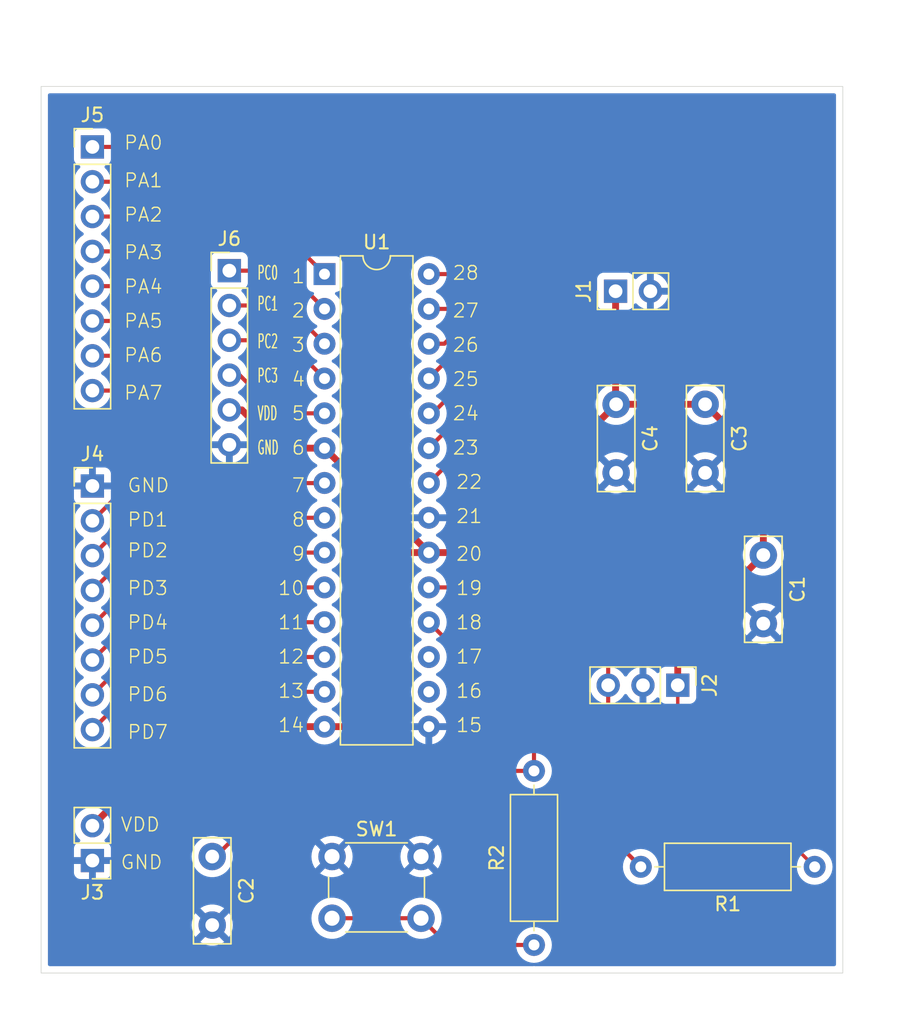
<source format=kicad_pcb>
(kicad_pcb (version 20240108) (generator "pcbnew") (generator_version "8.0")
  (layers (0 "F.Cu" signal) (31 "B.Cu" signal) (34 "B.Paste" user) (35 "F.Paste" user) (36 "B.SilkS" user "B.Silkscreen") (37 "F.SilkS" user "F.Silkscreen") (38 "B.Mask" user) (39 "F.Mask" user) (44 "Edge.Cuts" user))
  (net 0 "")
  (net 1 "GND")
  (net 2 "VDD")
  (net 3 "/{slash}RESET")
  (net 4 "/UPDI")
  (net 5 "/PD4")
  (net 6 "/PD2")
  (net 7 "/PD1")
  (net 8 "/PD3")
  (net 9 "/PD6")
  (net 10 "/PD7")
  (net 11 "/PD5")
  (net 12 "/PA4")
  (net 13 "/PA0")
  (net 14 "/PA3")
  (net 15 "/PA7")
  (net 16 "/PA1")
  (net 17 "/PA2")
  (net 18 "/PA5")
  (net 19 "/PA6")
  (net 20 "/PC1")
  (net 21 "/PC3")
  (net 22 "/PC2")
  (net 23 "/PC0")
  (net 24 "Net-(SW1-B)")
  (footprint "Capacitor_THT:C_Disc_D7.5mm_W2.5mm_P5.00mm" (layer "F.Cu") (at 111.75 114.5 -90)
    (property "Reference" "C2" (at 2.5 -2.5 90) (layer "F.SilkS"))
    (property "Value" "1u" (hide yes))
    (fp_line (start -1.37 1.37) (end 6.37 1.37) (stroke (width 0.12)) (layer "F.SilkS"))
    (fp_line (start -1.37 -1.37) (end -1.37 1.37) (stroke (width 0.12)) (layer "F.SilkS"))
    (fp_line (start -1.37 -1.37) (end 6.37 -1.37) (stroke (width 0.12)) (layer "F.SilkS"))
    (fp_line (start 6.37 -1.37) (end 6.37 1.37) (stroke (width 0.12)) (layer "F.SilkS"))
    (pad "1" thru_hole circle (at 0 0 270) (size 2 2) (drill 1) (layers "*.Cu" "*.Mask") (net 3 "/{slash}RESET"))
    (pad "2" thru_hole circle (at 5 0 270) (size 2 2) (drill 1) (layers "*.Cu" "*.Mask") (net 1 "GND"))
  )
  (footprint "Resistor_THT:R_Axial_DIN0309_L9.0mm_D3.2mm_P12.70mm_Horizontal" (layer "F.Cu") (at 135.25 120.95 90)
    (property "Reference" "R2" (at 6.35 -2.72 90) (layer "F.SilkS"))
    (property "Value" "330")
    (fp_line (start 10.97 -1.72) (end 1.73 -1.72) (stroke (width 0.12)) (layer "F.SilkS"))
    (fp_line (start 1.73 -1.72) (end 1.73 1.72) (stroke (width 0.12)) (layer "F.SilkS"))
    (fp_line (start 11.66 0) (end 10.97 0) (stroke (width 0.12)) (layer "F.SilkS"))
    (fp_line (start 1.04 0) (end 1.73 0) (stroke (width 0.12)) (layer "F.SilkS"))
    (fp_line (start 10.97 1.72) (end 10.97 -1.72) (stroke (width 0.12)) (layer "F.SilkS"))
    (fp_line (start 1.73 1.72) (end 10.97 1.72) (stroke (width 0.12)) (layer "F.SilkS"))
    (pad "1" thru_hole circle (at 0 0 90) (size 1.6 1.6) (drill 0.8) (layers "*.Cu" "*.Mask") (net 24 "Net-(SW1-B)"))
    (pad "2" thru_hole oval (at 12.7 0 90) (size 1.6 1.6) (drill 0.8) (layers "*.Cu" "*.Mask") (net 3 "/{slash}RESET"))
  )
  (footprint "Connector_PinHeader_2.54mm:PinHeader_1x03_P2.54mm_Vertical" (layer "F.Cu") (at 145.75 102 -90)
    (property "Reference" "J2" (at 0 -2.33 90) (layer "F.SilkS"))
    (property "Value" "Conn_01x03_Male" (hide yes))
    (fp_line (start -1.33 6.41) (end 1.33 6.41) (stroke (width 0.12)) (layer "F.SilkS"))
    (fp_line (start -1.33 1.27) (end -1.33 6.41) (stroke (width 0.12)) (layer "F.SilkS"))
    (fp_line (start -1.33 1.27) (end 1.33 1.27) (stroke (width 0.12)) (layer "F.SilkS"))
    (fp_line (start 1.33 1.27) (end 1.33 6.41) (stroke (width 0.12)) (layer "F.SilkS"))
    (fp_line (start -1.33 0) (end -1.33 -1.33) (stroke (width 0.12)) (layer "F.SilkS"))
    (fp_line (start -1.33 -1.33) (end 0 -1.33) (stroke (width 0.12)) (layer "F.SilkS"))
    (pad "1" thru_hole rect (at 0 0 270) (size 1.7 1.7) (drill 1) (layers "*.Cu" "*.Mask") (net 2 "VDD"))
    (pad "2" thru_hole oval (at 0 2.54 270) (size 1.7 1.7) (drill 1) (layers "*.Cu" "*.Mask") (net 1 "GND"))
    (pad "3" thru_hole oval (at 0 5.08 270) (size 1.7 1.7) (drill 1) (layers "*.Cu" "*.Mask") (net 4 "/UPDI"))
  )
  (footprint "Connector_PinHeader_2.54mm:PinHeader_1x08_P2.54mm_Vertical" (layer "F.Cu") (at 103 87.46)
    (property "Reference" "J4" (at 0 -2.33 0) (layer "F.SilkS"))
    (property "Value" "Conn_01x08_Male" (hide yes))
    (fp_line (start -1.33 -1.33) (end 0 -1.33) (stroke (width 0.12)) (layer "F.SilkS"))
    (fp_line (start -1.33 0) (end -1.33 -1.33) (stroke (width 0.12)) (layer "F.SilkS"))
    (fp_line (start -1.33 1.27) (end -1.33 19.11) (stroke (width 0.12)) (layer "F.SilkS"))
    (fp_line (start -1.33 1.27) (end 1.33 1.27) (stroke (width 0.12)) (layer "F.SilkS"))
    (fp_line (start -1.33 19.11) (end 1.33 19.11) (stroke (width 0.12)) (layer "F.SilkS"))
    (fp_line (start 1.33 1.27) (end 1.33 19.11) (stroke (width 0.12)) (layer "F.SilkS"))
    (pad "1" thru_hole rect (at 0 0) (size 1.7 1.7) (drill 1) (layers "*.Cu" "*.Mask") (net 1 "GND"))
    (pad "2" thru_hole oval (at 0 2.54) (size 1.7 1.7) (drill 1) (layers "*.Cu" "*.Mask") (net 7 "/PD1"))
    (pad "3" thru_hole oval (at 0 5.08) (size 1.7 1.7) (drill 1) (layers "*.Cu" "*.Mask") (net 6 "/PD2"))
    (pad "4" thru_hole oval (at 0 7.62) (size 1.7 1.7) (drill 1) (layers "*.Cu" "*.Mask") (net 8 "/PD3"))
    (pad "5" thru_hole oval (at 0 10.16) (size 1.7 1.7) (drill 1) (layers "*.Cu" "*.Mask") (net 5 "/PD4"))
    (pad "6" thru_hole oval (at 0 12.7) (size 1.7 1.7) (drill 1) (layers "*.Cu" "*.Mask") (net 11 "/PD5"))
    (pad "7" thru_hole oval (at 0 15.24) (size 1.7 1.7) (drill 1) (layers "*.Cu" "*.Mask") (net 9 "/PD6"))
    (pad "8" thru_hole oval (at 0 17.78) (size 1.7 1.7) (drill 1) (layers "*.Cu" "*.Mask") (net 10 "/PD7"))
  )
  (footprint "Capacitor_THT:C_Disc_D7.5mm_W2.5mm_P5.00mm" (layer "F.Cu") (at 152 92.5 -90)
    (property "Reference" "C1" (at 2.5 -2.5 90) (layer "F.SilkS"))
    (property "Value" "1u")
    (fp_line (start -1.37 1.37) (end 6.37 1.37) (stroke (width 0.12)) (layer "F.SilkS"))
    (fp_line (start -1.37 -1.37) (end -1.37 1.37) (stroke (width 0.12)) (layer "F.SilkS"))
    (fp_line (start -1.37 -1.37) (end 6.37 -1.37) (stroke (width 0.12)) (layer "F.SilkS"))
    (fp_line (start 6.37 -1.37) (end 6.37 1.37) (stroke (width 0.12)) (layer "F.SilkS"))
    (pad "1" thru_hole circle (at 0 0 270) (size 2 2) (drill 1) (layers "*.Cu" "*.Mask") (net 2 "VDD"))
    (pad "2" thru_hole circle (at 5 0 270) (size 2 2) (drill 1) (layers "*.Cu" "*.Mask") (net 1 "GND"))
  )
  (footprint "Connector_PinHeader_2.54mm:PinHeader_1x02_P2.54mm_Vertical" (layer "F.Cu") (at 103 114.79 180)
    (property "Reference" "J3" (at 0 -2.33 0) (layer "F.SilkS"))
    (property "Value" "Conn_01x02_Male" (hide yes))
    (fp_line (start 1.33 1.27) (end 1.33 3.87) (stroke (width 0.12)) (layer "F.SilkS"))
    (fp_line (start -1.33 3.87) (end 1.33 3.87) (stroke (width 0.12)) (layer "F.SilkS"))
    (fp_line (start -1.33 1.27) (end 1.33 1.27) (stroke (width 0.12)) (layer "F.SilkS"))
    (fp_line (start -1.33 1.27) (end -1.33 3.87) (stroke (width 0.12)) (layer "F.SilkS"))
    (fp_line (start -1.33 0) (end -1.33 -1.33) (stroke (width 0.12)) (layer "F.SilkS"))
    (fp_line (start -1.33 -1.33) (end 0 -1.33) (stroke (width 0.12)) (layer "F.SilkS"))
    (pad "1" thru_hole rect (at 0 0 180) (size 1.7 1.7) (drill 1) (layers "*.Cu" "*.Mask") (net 1 "GND"))
    (pad "2" thru_hole oval (at 0 2.54 180) (size 1.7 1.7) (drill 1) (layers "*.Cu" "*.Mask") (net 2 "VDD"))
  )
  (footprint "Package_DIP:DIP-28_W7.62mm" (layer "F.Cu") (at 119.95 72)
    (property "Reference" "U1" (at 3.81 -2.33 0) (layer "F.SilkS"))
    (property "Value" "AVR128DB28x-xSP")
    (fp_line (start 1.16 -1.33) (end 1.16 34.35) (stroke (width 0.12)) (layer "F.SilkS"))
    (fp_line (start 1.16 34.35) (end 6.46 34.35) (stroke (width 0.12)) (layer "F.SilkS"))
    (fp_line (start 2.81 -1.33) (end 1.16 -1.33) (stroke (width 0.12)) (layer "F.SilkS"))
    (fp_line (start 6.46 -1.33) (end 4.81 -1.33) (stroke (width 0.12)) (layer "F.SilkS"))
    (fp_line (start 6.46 34.35) (end 6.46 -1.33) (stroke (width 0.12)) (layer "F.SilkS"))
    (fp_arc (start 4.81 -1.33) (mid 3.81 -0.33) (end 2.81 -1.33) (stroke (width 0.12)) (layer "F.SilkS"))
    (pad "1" thru_hole rect (at 0 0) (size 1.6 1.6) (drill 0.8) (layers "*.Cu" "*.Mask") (net 15 "/PA7"))
    (pad "2" thru_hole oval (at 0 2.54) (size 1.6 1.6) (drill 0.8) (layers "*.Cu" "*.Mask") (net 23 "/PC0"))
    (pad "3" thru_hole oval (at 0 5.08) (size 1.6 1.6) (drill 0.8) (layers "*.Cu" "*.Mask") (net 20 "/PC1"))
    (pad "4" thru_hole oval (at 0 7.62) (size 1.6 1.6) (drill 0.8) (layers "*.Cu" "*.Mask") (net 22 "/PC2"))
    (pad "5" thru_hole oval (at 0 10.16) (size 1.6 1.6) (drill 0.8) (layers "*.Cu" "*.Mask") (net 21 "/PC3"))
    (pad "6" thru_hole oval (at 0 12.7) (size 1.6 1.6) (drill 0.8) (layers "*.Cu" "*.Mask") (net 2 "VDD"))
    (pad "7" thru_hole oval (at 0 15.24) (size 1.6 1.6) (drill 0.8) (layers "*.Cu" "*.Mask") (net 7 "/PD1"))
    (pad "8" thru_hole oval (at 0 17.78) (size 1.6 1.6) (drill 0.8) (layers "*.Cu" "*.Mask") (net 6 "/PD2"))
    (pad "9" thru_hole oval (at 0 20.32) (size 1.6 1.6) (drill 0.8) (layers "*.Cu" "*.Mask") (net 8 "/PD3"))
    (pad "10" thru_hole oval (at 0 22.86) (size 1.6 1.6) (drill 0.8) (layers "*.Cu" "*.Mask") (net 5 "/PD4"))
    (pad "11" thru_hole oval (at 0 25.4) (size 1.6 1.6) (drill 0.8) (layers "*.Cu" "*.Mask") (net 11 "/PD5"))
    (pad "12" thru_hole oval (at 0 27.94) (size 1.6 1.6) (drill 0.8) (layers "*.Cu" "*.Mask") (net 9 "/PD6"))
    (pad "13" thru_hole oval (at 0 30.48) (size 1.6 1.6) (drill 0.8) (layers "*.Cu" "*.Mask") (net 10 "/PD7"))
    (pad "14" thru_hole oval (at 0 33.02) (size 1.6 1.6) (drill 0.8) (layers "*.Cu" "*.Mask") (net 2 "VDD"))
    (pad "15" thru_hole oval (at 7.62 33.02) (size 1.6 1.6) (drill 0.8) (layers "*.Cu" "*.Mask") (net 1 "GND"))
    (pad "16" thru_hole oval (at 7.62 30.48) (size 1.6 1.6) (drill 0.8) (layers "*.Cu" "*.Mask"))
    (pad "17" thru_hole oval (at 7.62 27.94) (size 1.6 1.6) (drill 0.8) (layers "*.Cu" "*.Mask"))
    (pad "18" thru_hole oval (at 7.62 25.4) (size 1.6 1.6) (drill 0.8) (layers "*.Cu" "*.Mask") (net 3 "/{slash}RESET"))
    (pad "19" thru_hole oval (at 7.62 22.86) (size 1.6 1.6) (drill 0.8) (layers "*.Cu" "*.Mask") (net 4 "/UPDI"))
    (pad "20" thru_hole oval (at 7.62 20.32) (size 1.6 1.6) (drill 0.8) (layers "*.Cu" "*.Mask") (net 2 "VDD"))
    (pad "21" thru_hole oval (at 7.62 17.78) (size 1.6 1.6) (drill 0.8) (layers "*.Cu" "*.Mask") (net 1 "GND"))
    (pad "22" thru_hole oval (at 7.62 15.24) (size 1.6 1.6) (drill 0.8) (layers "*.Cu" "*.Mask") (net 13 "/PA0"))
    (pad "23" thru_hole oval (at 7.62 12.7) (size 1.6 1.6) (drill 0.8) (layers "*.Cu" "*.Mask") (net 16 "/PA1"))
    (pad "24" thru_hole oval (at 7.62 10.16) (size 1.6 1.6) (drill 0.8) (layers "*.Cu" "*.Mask") (net 17 "/PA2"))
    (pad "25" thru_hole oval (at 7.62 7.62) (size 1.6 1.6) (drill 0.8) (layers "*.Cu" "*.Mask") (net 14 "/PA3"))
    (pad "26" thru_hole oval (at 7.62 5.08) (size 1.6 1.6) (drill 0.8) (layers "*.Cu" "*.Mask") (net 12 "/PA4"))
    (pad "27" thru_hole oval (at 7.62 2.54) (size 1.6 1.6) (drill 0.8) (layers "*.Cu" "*.Mask") (net 18 "/PA5"))
    (pad "28" thru_hole oval (at 7.62 0) (size 1.6 1.6) (drill 0.8) (layers "*.Cu" "*.Mask") (net 19 "/PA6"))
  )
  (footprint "Capacitor_THT:C_Disc_D7.5mm_W2.5mm_P5.00mm" (layer "F.Cu") (at 147.75 81.5 -90)
    (property "Reference" "C3" (at 2.5 -2.5 90) (layer "F.SilkS"))
    (property "Value" "1u")
    (fp_line (start -1.37 1.37) (end 6.37 1.37) (stroke (width 0.12)) (layer "F.SilkS"))
    (fp_line (start -1.37 -1.37) (end -1.37 1.37) (stroke (width 0.12)) (layer "F.SilkS"))
    (fp_line (start -1.37 -1.37) (end 6.37 -1.37) (stroke (width 0.12)) (layer "F.SilkS"))
    (fp_line (start 6.37 -1.37) (end 6.37 1.37) (stroke (width 0.12)) (layer "F.SilkS"))
    (pad "1" thru_hole circle (at 0 0 270) (size 2 2) (drill 1) (layers "*.Cu" "*.Mask") (net 2 "VDD"))
    (pad "2" thru_hole circle (at 5 0 270) (size 2 2) (drill 1) (layers "*.Cu" "*.Mask") (net 1 "GND"))
  )
  (footprint "Connector_PinHeader_2.54mm:PinHeader_1x08_P2.54mm_Vertical" (layer "F.Cu") (at 103 62.72)
    (property "Reference" "J5" (at 0 -2.33 0) (layer "F.SilkS"))
    (property "Value" "Conn_01x08_Male" (hide yes))
    (fp_line (start -1.33 -1.33) (end 0 -1.33) (stroke (width 0.12)) (layer "F.SilkS"))
    (fp_line (start -1.33 0) (end -1.33 -1.33) (stroke (width 0.12)) (layer "F.SilkS"))
    (fp_line (start -1.33 1.27) (end -1.33 19.11) (stroke (width 0.12)) (layer "F.SilkS"))
    (fp_line (start -1.33 1.27) (end 1.33 1.27) (stroke (width 0.12)) (layer "F.SilkS"))
    (fp_line (start -1.33 19.11) (end 1.33 19.11) (stroke (width 0.12)) (layer "F.SilkS"))
    (fp_line (start 1.33 1.27) (end 1.33 19.11) (stroke (width 0.12)) (layer "F.SilkS"))
    (pad "1" thru_hole rect (at 0 0) (size 1.7 1.7) (drill 1) (layers "*.Cu" "*.Mask") (net 13 "/PA0"))
    (pad "2" thru_hole oval (at 0 2.54) (size 1.7 1.7) (drill 1) (layers "*.Cu" "*.Mask") (net 16 "/PA1"))
    (pad "3" thru_hole oval (at 0 5.08) (size 1.7 1.7) (drill 1) (layers "*.Cu" "*.Mask") (net 17 "/PA2"))
    (pad "4" thru_hole oval (at 0 7.62) (size 1.7 1.7) (drill 1) (layers "*.Cu" "*.Mask") (net 14 "/PA3"))
    (pad "5" thru_hole oval (at 0 10.16) (size 1.7 1.7) (drill 1) (layers "*.Cu" "*.Mask") (net 12 "/PA4"))
    (pad "6" thru_hole oval (at 0 12.7) (size 1.7 1.7) (drill 1) (layers "*.Cu" "*.Mask") (net 18 "/PA5"))
    (pad "7" thru_hole oval (at 0 15.24) (size 1.7 1.7) (drill 1) (layers "*.Cu" "*.Mask") (net 19 "/PA6"))
    (pad "8" thru_hole oval (at 0 17.78) (size 1.7 1.7) (drill 1) (layers "*.Cu" "*.Mask") (net 15 "/PA7"))
  )
  (footprint "Button_Switch_THT:SW_PUSH_6mm" (layer "F.Cu") (at 120.5 114.5)
    (property "Reference" "SW1" (at 3.25 -2 0) (layer "F.SilkS"))
    (property "Value" "SW_SPST" (hide yes))
    (fp_line (start -0.25 1.5) (end -0.25 3) (stroke (width 0.12)) (layer "F.SilkS"))
    (fp_line (start 1 5.5) (end 5.5 5.5) (stroke (width 0.12)) (layer "F.SilkS"))
    (fp_line (start 5.5 -1) (end 1 -1) (stroke (width 0.12)) (layer "F.SilkS"))
    (fp_line (start 6.75 3) (end 6.75 1.5) (stroke (width 0.12)) (layer "F.SilkS"))
    (pad "1" thru_hole circle (at 0 0 90) (size 2 2) (drill 1.1) (layers "*.Cu" "*.Mask") (net 1 "GND"))
    (pad "1" thru_hole circle (at 6.5 0 90) (size 2 2) (drill 1.1) (layers "*.Cu" "*.Mask") (net 1 "GND"))
    (pad "2" thru_hole circle (at 0 4.5 90) (size 2 2) (drill 1.1) (layers "*.Cu" "*.Mask") (net 24 "Net-(SW1-B)"))
    (pad "2" thru_hole circle (at 6.5 4.5 90) (size 2 2) (drill 1.1) (layers "*.Cu" "*.Mask") (net 24 "Net-(SW1-B)"))
  )
  (footprint "Connector_PinHeader_2.54mm:PinHeader_1x02_P2.54mm_Vertical" (layer "F.Cu") (at 141.21 73.25 90)
    (property "Reference" "J1" (at 0 -2.33 90) (layer "F.SilkS"))
    (property "Value" "Conn_01x02_Pin" (hide yes))
    (fp_line (start -1.33 -1.33) (end 0 -1.33) (stroke (width 0.12)) (layer "F.SilkS"))
    (fp_line (start -1.33 0) (end -1.33 -1.33) (stroke (width 0.12)) (layer "F.SilkS"))
    (fp_line (start 1.33 1.27) (end 1.33 3.87) (stroke (width 0.12)) (layer "F.SilkS"))
    (fp_line (start -1.33 1.27) (end 1.33 1.27) (stroke (width 0.12)) (layer "F.SilkS"))
    (fp_line (start -1.33 1.27) (end -1.33 3.87) (stroke (width 0.12)) (layer "F.SilkS"))
    (fp_line (start -1.33 3.87) (end 1.33 3.87) (stroke (width 0.12)) (layer "F.SilkS"))
    (pad "1" thru_hole rect (at 0 0 90) (size 1.7 1.7) (drill 1) (layers "*.Cu" "*.Mask") (net 2 "VDD"))
    (pad "2" thru_hole oval (at 0 2.54 90) (size 1.7 1.7) (drill 1) (layers "*.Cu" "*.Mask") (net 1 "GND"))
  )
  (footprint "Capacitor_THT:C_Disc_D7.5mm_W2.5mm_P5.00mm" (layer "F.Cu") (at 141.25 81.5 -90)
    (property "Reference" "C4" (at 2.5 -2.5 90) (layer "F.SilkS"))
    (property "Value" "1n")
    (fp_line (start -1.37 1.37) (end 6.37 1.37) (stroke (width 0.12)) (layer "F.SilkS"))
    (fp_line (start -1.37 -1.37) (end -1.37 1.37) (stroke (width 0.12)) (layer "F.SilkS"))
    (fp_line (start -1.37 -1.37) (end 6.37 -1.37) (stroke (width 0.12)) (layer "F.SilkS"))
    (fp_line (start 6.37 -1.37) (end 6.37 1.37) (stroke (width 0.12)) (layer "F.SilkS"))
    (pad "1" thru_hole circle (at 0 0 270) (size 2 2) (drill 1) (layers "*.Cu" "*.Mask") (net 2 "VDD"))
    (pad "2" thru_hole circle (at 5 0 270) (size 2 2) (drill 1) (layers "*.Cu" "*.Mask") (net 1 "GND"))
  )
  (footprint "Resistor_THT:R_Axial_DIN0309_L9.0mm_D3.2mm_P12.70mm_Horizontal" (layer "F.Cu") (at 155.75 115.25 180)
    (property "Reference" "R1" (at 6.35 -2.72 0) (layer "F.SilkS"))
    (property "Value" "1.2k")
    (fp_line (start 11.66 0) (end 10.97 0) (stroke (width 0.12)) (layer "F.SilkS"))
    (fp_line (start 10.97 1.72) (end 10.97 -1.72) (stroke (width 0.12)) (layer "F.SilkS"))
    (fp_line (start 10.97 -1.72) (end 1.73 -1.72) (stroke (width 0.12)) (layer "F.SilkS"))
    (fp_line (start 1.73 1.72) (end 10.97 1.72) (stroke (width 0.12)) (layer "F.SilkS"))
    (fp_line (start 1.73 -1.72) (end 1.73 1.72) (stroke (width 0.12)) (layer "F.SilkS"))
    (fp_line (start 1.04 0) (end 1.73 0) (stroke (width 0.12)) (layer "F.SilkS"))
    (pad "1" thru_hole circle (at 0 0 180) (size 1.6 1.6) (drill 0.8) (layers "*.Cu" "*.Mask") (net 2 "VDD"))
    (pad "2" thru_hole oval (at 12.7 0 180) (size 1.6 1.6) (drill 0.8) (layers "*.Cu" "*.Mask") (net 4 "/UPDI"))
  )
  (footprint "Connector_PinHeader_2.54mm:PinHeader_1x06_P2.54mm_Vertical" (layer "F.Cu") (at 113 71.75)
    (property "Reference" "J6" (at 0 -2.33 0) (layer "F.SilkS"))
    (property "Value" "Conn_01x06_Male" (hide yes))
    (fp_line (start -1.33 -1.33) (end 0 -1.33) (stroke (width 0.12)) (layer "F.SilkS"))
    (fp_line (start -1.33 0) (end -1.33 -1.33) (stroke (width 0.12)) (layer "F.SilkS"))
    (fp_line (start -1.33 1.27) (end -1.33 14.03) (stroke (width 0.12)) (layer "F.SilkS"))
    (fp_line (start -1.33 1.27) (end 1.33 1.27) (stroke (width 0.12)) (layer "F.SilkS"))
    (fp_line (start -1.33 14.03) (end 1.33 14.03) (stroke (width 0.12)) (layer "F.SilkS"))
    (fp_line (start 1.33 1.27) (end 1.33 14.03) (stroke (width 0.12)) (layer "F.SilkS"))
    (pad "1" thru_hole rect (at 0 0) (size 1.7 1.7) (drill 1) (layers "*.Cu" "*.Mask") (net 23 "/PC0"))
    (pad "2" thru_hole oval (at 0 2.54) (size 1.7 1.7) (drill 1) (layers "*.Cu" "*.Mask") (net 20 "/PC1"))
    (pad "3" thru_hole oval (at 0 5.08) (size 1.7 1.7) (drill 1) (layers "*.Cu" "*.Mask") (net 22 "/PC2"))
    (pad "4" thru_hole oval (at 0 7.62) (size 1.7 1.7) (drill 1) (layers "*.Cu" "*.Mask") (net 21 "/PC3"))
    (pad "5" thru_hole oval (at 0 10.16) (size 1.7 1.7) (drill 1) (layers "*.Cu" "*.Mask") (net 2 "VDD"))
    (pad "6" thru_hole oval (at 0 12.7) (size 1.7 1.7) (drill 1) (layers "*.Cu" "*.Mask") (net 1 "GND"))
  )
  (gr_rect (start 99.25 58.307921) (end 157.807921 123) (stroke (width 0.05)) (fill none) (layer "Edge.Cuts"))
  (gr_text "PA1" (at 105.25 65.75 0) (layer "F.SilkS") (effects (font (size 1 1) (thickness 0.1)) (justify left bottom)))
  (gr_text "23" (at 129.25 85.25 0) (layer "F.SilkS") (effects (font (size 1 1) (thickness 0.1)) (justify left bottom)))
  (gr_text "PC1\n" (at 115 74.75 0) (layer "F.SilkS") (effects (font (size 1 0.5) (thickness 0.1)) (justify left bottom)))
  (gr_text "9" (at 117.5 93 0) (layer "F.SilkS") (effects (font (size 1 1) (thickness 0.1)) (justify left bottom)))
  (gr_text "PD1" (at 105.5 90.5 0) (layer "F.SilkS") (effects (font (size 1 1) (thickness 0.1)) (justify left bottom)))
  (gr_text "GND" (at 105 115.5 0) (layer "F.SilkS") (effects (font (size 1 1) (thickness 0.1)) (justify left bottom)))
  (gr_text "PC2\n" (at 115 77.5 0) (layer "F.SilkS") (effects (font (size 1 0.5) (thickness 0.1)) (justify left bottom)))
  (gr_text "PD4" (at 105.5 98 0) (layer "F.SilkS") (effects (font (size 1 1) (thickness 0.1)) (justify left bottom)))
  (gr_text "26" (at 129.25 77.75 0) (layer "F.SilkS") (effects (font (size 1 1) (thickness 0.1)) (justify left bottom)))
  (gr_text "6" (at 117.5 85.25 0) (layer "F.SilkS") (effects (font (size 1 1) (thickness 0.1)) (justify left bottom)))
  (gr_text "PA3" (at 105.25 71 0) (layer "F.SilkS") (effects (font (size 1 1) (thickness 0.1)) (justify left bottom)))
  (gr_text "20" (at 129.5 93 0) (layer "F.SilkS") (effects (font (size 1 1) (thickness 0.1)) (justify left bottom)))
  (gr_text "PD6" (at 105.5 103.25 0) (layer "F.SilkS") (effects (font (size 1 1) (thickness 0.1)) (justify left bottom)))
  (gr_text "VDD" (at 105 112.75 0) (layer "F.SilkS") (effects (font (size 1 1) (thickness 0.1)) (justify left bottom)))
  (gr_text "GND" (at 115 85.25 0) (layer "F.SilkS") (effects (font (size 1 0.5) (thickness 0.1)) (justify left bottom)))
  (gr_text "16" (at 129.5 103 0) (layer "F.SilkS") (effects (font (size 1 1) (thickness 0.1)) (justify left bottom)))
  (gr_text "15" (at 129.5 105.5 0) (layer "F.SilkS") (effects (font (size 1 1) (thickness 0.1)) (justify left bottom)))
  (gr_text "25" (at 129.25 80.25 0) (layer "F.SilkS") (effects (font (size 1 1) (thickness 0.1)) (justify left bottom)))
  (gr_text "22" (at 129.5 87.75 0) (layer "F.SilkS") (effects (font (size 1 1) (thickness 0.1)) (justify left bottom)))
  (gr_text "PA0" (at 105.25 63 0) (layer "F.SilkS") (effects (font (size 1 1) (thickness 0.1)) (justify left bottom)))
  (gr_text "PD2" (at 105.5 92.75 0) (layer "F.SilkS") (effects (font (size 1 1) (thickness 0.1)) (justify left bottom)))
  (gr_text "PC3" (at 115 80 0) (layer "F.SilkS") (effects (font (size 1 0.5) (thickness 0.1)) (justify left bottom)))
  (gr_text "PA2" (at 105.25 68.25 0) (layer "F.SilkS") (effects (font (size 1 1) (thickness 0.1)) (justify left bottom)))
  (gr_text "GND" (at 105.5 88 0) (layer "F.SilkS") (effects (font (size 1 1) (thickness 0.1)) (justify left bottom)))
  (gr_text "11" (at 116.5 98 0) (layer "F.SilkS") (effects (font (size 1 1) (thickness 0.1)) (justify left bottom)))
  (gr_text "PA6" (at 105.25 78.5 0) (layer "F.SilkS") (effects (font (size 1 1) (thickness 0.1)) (justify left bottom)))
  (gr_text "5" (at 117.5 82.75 0) (layer "F.SilkS") (effects (font (size 1 1) (thickness 0.1)) (justify left bottom)))
  (gr_text "1" (at 117.5 72.75 0) (layer "F.SilkS") (effects (font (size 1 1) (thickness 0.1)) (justify left bottom)))
  (gr_text "PD3" (at 105.5 95.5 0) (layer "F.SilkS") (effects (font (size 1 1) (thickness 0.1)) (justify left bottom)))
  (gr_text "PA4" (at 105.25 73.5 0) (layer "F.SilkS") (effects (font (size 1 1) (thickness 0.1)) (justify left bottom)))
  (gr_text "10" (at 116.5 95.5 0) (layer "F.SilkS") (effects (font (size 1 1) (thickness 0.1)) (justify left bottom)))
  (gr_text "14" (at 116.5 105.5 0) (layer "F.SilkS") (effects (font (size 1 1) (thickness 0.1)) (justify left bottom)))
  (gr_text "27" (at 129.25 75.25 0) (layer "F.SilkS") (effects (font (size 1 1) (thickness 0.1)) (justify left bottom)))
  (gr_text "12" (at 116.5 100.5 0) (layer "F.SilkS") (effects (font (size 1 1) (thickness 0.1)) (justify left bottom)))
  (gr_text "3" (at 117.5 77.75 0) (layer "F.SilkS") (effects (font (size 1 1) (thickness 0.1)) (justify left bottom)))
  (gr_text "PA7" (at 105.25 81.25 0) (layer "F.SilkS") (effects (font (size 1 1) (thickness 0.1)) (justify left bottom)))
  (gr_text "PD7" (at 105.5 106 0) (layer "F.SilkS") (effects (font (size 1 1) (thickness 0.1)) (justify left bottom)))
  (gr_text "PD5" (at 105.5 100.5 0) (layer "F.SilkS") (effects (font (size 1 1) (thickness 0.1)) (justify left bottom)))
  (gr_text "PC0" (at 115 72.5 0) (layer "F.SilkS") (effects (font (size 1 0.5) (thickness 0.1)) (justify left bottom)))
  (gr_text "7" (at 117.5 88 0) (layer "F.SilkS") (effects (font (size 1 1) (thickness 0.1)) (justify left bottom)))
  (gr_text "PA5" (at 105.25 76 0) (layer "F.SilkS") (effects (font (size 1 1) (thickness 0.1)) (justify left bottom)))
  (gr_text "13" (at 116.5 103 0) (layer "F.SilkS") (effects (font (size 1 1) (thickness 0.1)) (justify left bottom)))
  (gr_text "19" (at 129.5 95.5 0) (layer "F.SilkS") (effects (font (size 1 1) (thickness 0.1)) (justify left bottom)))
  (gr_text "18" (at 129.5 98 0) (layer "F.SilkS") (effects (font (size 1 1) (thickness 0.1)) (justify left bottom)))
  (gr_text "24" (at 129.25 82.75 0) (layer "F.SilkS") (effects (font (size 1 1) (thickness 0.1)) (justify left bottom)))
  (gr_text "VDD" (at 115 82.75 0) (layer "F.SilkS") (effects (font (size 1 0.5) (thickness 0.1)) (justify left bottom)))
  (gr_text "21" (at 129.5 90.25 0) (layer "F.SilkS") (effects (font (size 1 1) (thickness 0.1)) (justify left bottom)))
  (gr_text "4" (at 117.5 80.25 0) (layer "F.SilkS") (effects (font (size 1 1) (thickness 0.1)) (justify left bottom)))
  (gr_text "2" (at 117.5 75.25 0) (layer "F.SilkS") (effects (font (size 1 1) (thickness 0.1)) (justify left bottom)))
  (gr_text "8" (at 117.5 90.5 0) (layer "F.SilkS") (effects (font (size 1 1) (thickness 0.1)) (justify left bottom)))
  (gr_text "17" (at 129.5 100.5 0) (layer "F.SilkS") (effects (font (size 1 1) (thickness 0.1)) (justify left bottom)))
  (gr_text "28" (at 129.25 72.5 0) (layer "F.SilkS") (effects (font (size 1 1) (thickness 0.1)) (justify left bottom)))
  (segment (start 144.475 73.25) (end 144.475 73.525) (width 0.2) (layer "F.Cu") (net 1))
  (segment (start 141.21 73.46) (end 141.25 73.5) (width 0.2) (layer "F.Cu") (net 2))
  (segment (start 113.91 81.91) (end 116.7 84.7) (width 0.5) (layer "F.Cu") (net 2))
  (segment (start 141.21 73.25) (end 141.21 81.46) (width 0.5) (layer "F.Cu") (net 2))
  (segment (start 141.25 81.5) (end 147.75 81.5) (width 0.5) (layer "F.Cu") (net 2))
  (segment (start 145.75 98.75) (end 145.75 102) (width 0.5) (layer "F.Cu") (net 2))
  (segment (start 141.21 73.25) (end 141.21 73.46) (width 0.2) (layer "F.Cu") (net 2))
  (segment (start 141.21 81.46) (end 141.25 81.5) (width 0.5) (layer "F.Cu") (net 2))
  (segment (start 145.75 105.25) (end 155.75 115.25) (width 0.25) (layer "F.Cu") (net 2))
  (segment (start 125.43 92.32) (end 124.25 93.5) (width 0.5) (layer "F.Cu") (net 2))
  (segment (start 113 81.91) (end 113.91 81.91) (width 0.5) (layer "F.Cu") (net 2))
  (segment (start 141.25 81.5) (end 130.43 92.32) (width 0.5) (layer "F.Cu") (net 2))
  (segment (start 122.23 105.02) (end 119.95 105.02) (width 0.5) (layer "F.Cu") (net 2))
  (segment (start 127.57 92.32) (end 125.43 92.32) (width 0.5) (layer "F.Cu") (net 2))
  (segment (start 110.23 105.02) (end 103 112.25) (width 0.5) (layer "F.Cu") (net 2))
  (segment (start 119.95 105.02) (end 110.23 105.02) (width 0.5) (layer "F.Cu") (net 2))
  (segment (start 119.95 84.7) (end 127.57 92.32) (width 0.5) (layer "F.Cu") (net 2))
  (segment (start 152 92.5) (end 145.75 98.75) (width 0.5) (layer "F.Cu") (net 2))
  (segment (start 147.75 81.5) (end 152 85.75) (width 0.5) (layer "F.Cu") (net 2))
  (segment (start 124.25 103) (end 122.23 105.02) (width 0.5) (layer "F.Cu") (net 2))
  (segment (start 116.7 84.7) (end 119.95 84.7) (width 0.5) (layer "F.Cu") (net 2))
  (segment (start 145.75 102) (end 145.75 105.25) (width 0.25) (layer "F.Cu") (net 2))
  (segment (start 130.43 92.32) (end 127.57 92.32) (width 0.5) (layer "F.Cu") (net 2))
  (segment (start 152 85.75) (end 152 92.5) (width 0.5) (layer "F.Cu") (net 2))
  (segment (start 124.25 93.5) (end 124.25 103) (width 0.5) (layer "F.Cu") (net 2))
  (segment (start 146 102) (end 145.75 102) (width 0.2) (layer "F.Cu") (net 2))
  (segment (start 135.25 105.08) (end 135.25 108.25) (width 0.3) (layer "F.Cu") (net 3))
  (segment (start 112 114.5) (end 118.25 108.25) (width 0.3) (layer "F.Cu") (net 3))
  (segment (start 111.75 114.5) (end 112 114.5) (width 0.3) (layer "F.Cu") (net 3))
  (segment (start 118.25 108.25) (end 135.25 108.25) (width 0.3) (layer "F.Cu") (net 3))
  (segment (start 127.57 97.4) (end 135.25 105.08) (width 0.3) (layer "F.Cu") (net 3))
  (segment (start 140.67 95.17) (end 140.36 94.86) (width 0.3) (layer "F.Cu") (net 4))
  (segment (start 140.67 112.87) (end 143.05 115.25) (width 0.3) (layer "F.Cu") (net 4))
  (segment (start 140.67 102) (end 140.67 112.87) (width 0.3) (layer "F.Cu") (net 4))
  (segment (start 140.67 102) (end 140.67 95.17) (width 0.3) (layer "F.Cu") (net 4))
  (segment (start 140.36 94.86) (end 127.57 94.86) (width 0.3) (layer "F.Cu") (net 4))
  (segment (start 105.76 94.86) (end 103 97.62) (width 0.3) (layer "F.Cu") (net 5))
  (segment (start 119.95 94.86) (end 105.76 94.86) (width 0.3) (layer "F.Cu") (net 5))
  (segment (start 105.76 89.78) (end 103 92.54) (width 0.3) (layer "F.Cu") (net 6))
  (segment (start 119.95 89.78) (end 105.76 89.78) (width 0.3) (layer "F.Cu") (net 6))
  (segment (start 119.5 87.25) (end 105.75 87.25) (width 0.3) (layer "F.Cu") (net 7))
  (segment (start 105.75 87.25) (end 103 90) (width 0.3) (layer "F.Cu") (net 7))
  (segment (start 119.95 87.24) (end 119.51 87.24) (width 0.3) (layer "F.Cu") (net 7))
  (segment (start 119.51 87.24) (end 119.5 87.25) (width 0.3) (layer "F.Cu") (net 7))
  (segment (start 119.95 92.32) (end 105.76 92.32) (width 0.3) (layer "F.Cu") (net 8))
  (segment (start 105.76 92.32) (end 103 95.08) (width 0.3) (layer "F.Cu") (net 8))
  (segment (start 119.95 99.94) (end 105.76 99.94) (width 0.3) (layer "F.Cu") (net 9))
  (segment (start 105.76 99.94) (end 103 102.7) (width 0.3) (layer "F.Cu") (net 9))
  (segment (start 119.95 102.48) (end 105.76 102.48) (width 0.3) (layer "F.Cu") (net 10))
  (segment (start 105.76 102.48) (end 103 105.24) (width 0.3) (layer "F.Cu") (net 10))
  (segment (start 105.76 97.4) (end 103 100.16) (width 0.3) (layer "F.Cu") (net 11))
  (segment (start 119.95 97.4) (end 105.76 97.4) (width 0.3) (layer "F.Cu") (net 11))
  (segment (start 107.62 72.88) (end 103 72.88) (width 0.3) (layer "F.Cu") (net 12))
  (segment (start 127.57 77.08) (end 128.70137 77.08) (width 0.3) (layer "F.Cu") (net 12))
  (segment (start 108 69.25) (end 108 72.5) (width 0.3) (layer "F.Cu") (net 12))
  (segment (start 108 72.5) (end 107.62 72.88) (width 0.3) (layer "F.Cu") (net 12))
  (segment (start 111.5 65.75) (end 108 69.25) (width 0.3) (layer "F.Cu") (net 12))
  (segment (start 131.5 74.28137) (end 131.5 65.75) (width 0.3) (layer "F.Cu") (net 12))
  (segment (start 128.70137 77.08) (end 131.5 74.28137) (width 0.3) (layer "F.Cu") (net 12))
  (segment (start 131.5 65.75) (end 111.5 65.75) (width 0.3) (layer "F.Cu") (net 12))
  (segment (start 127.57 87.24) (end 136.5 78.31) (width 0.3) (layer "F.Cu") (net 13))
  (segment (start 105 62.75) (end 104.97 62.72) (width 0.3) (layer "F.Cu") (net 13))
  (segment (start 104.97 62.72) (end 103 62.72) (width 0.3) (layer "F.Cu") (net 13))
  (segment (start 106.25 61.5) (end 105 62.75) (width 0.3) (layer "F.Cu") (net 13))
  (segment (start 136.5 78.31) (end 136.5 61.5) (width 0.3) (layer "F.Cu") (net 13))
  (segment (start 136.5 61.5) (end 106.25 61.5) (width 0.3) (layer "F.Cu") (net 13))
  (segment (start 132.25 74.94) (end 132.25 65) (width 0.3) (layer "F.Cu") (net 14))
  (segment (start 111.25 65) (end 107 69.25) (width 0.3) (layer "F.Cu") (net 14))
  (segment (start 106.66 70.34) (end 103 70.34) (width 0.3) (layer "F.Cu") (net 14))
  (segment (start 127.57 79.62) (end 132.25 74.94) (width 0.3) (layer "F.Cu") (net 14))
  (segment (start 107 70) (end 106.66 70.34) (width 0.3) (layer "F.Cu") (net 14))
  (segment (start 132.25 65) (end 111.25 65) (width 0.3) (layer "F.Cu") (net 14))
  (segment (start 107 69.25) (end 107 70) (width 0.3) (layer "F.Cu") (net 14))
  (segment (start 112.25 68) (end 110.75 69.5) (width 0.3) (layer "F.Cu") (net 15))
  (segment (start 110.75 80.5) (end 103 80.5) (width 0.3) (layer "F.Cu") (net 15))
  (segment (start 115.95 68) (end 112.25 68) (width 0.3) (layer "F.Cu") (net 15))
  (segment (start 110.75 69.5) (end 110.75 80.5) (width 0.3) (layer "F.Cu") (net 15))
  (segment (start 119.95 72) (end 115.95 68) (width 0.3) (layer "F.Cu") (net 15))
  (segment (start 135.25 62.75) (end 109.5 62.75) (width 0.3) (layer "F.Cu") (net 16))
  (segment (start 127.57 84.7) (end 135.25 77.02) (width 0.3) (layer "F.Cu") (net 16))
  (segment (start 135.25 77.02) (end 135.25 62.75) (width 0.3) (layer "F.Cu") (net 16))
  (segment (start 109.5 62.75) (end 106.99 65.26) (width 0.3) (layer "F.Cu") (net 16))
  (segment (start 106.99 65.26) (end 103 65.26) (width 0.3) (layer "F.Cu") (net 16))
  (segment (start 133.5 64) (end 110.5 64) (width 0.3) (layer "F.Cu") (net 17))
  (segment (start 106.75 67.75) (end 106.5 67.75) (width 0.3) (layer "F.Cu") (net 17))
  (segment (start 127.57 82.16) (end 127.66 82.16) (width 0.3) (layer "F.Cu") (net 17))
  (segment (start 127.75 82.25) (end 133.5 76.5) (width 0.3) (layer "F.Cu") (net 17))
  (segment (start 110.5 64) (end 106.75 67.75) (width 0.3) (layer "F.Cu") (net 17))
  (segment (start 106.5 67.75) (end 106.45 67.8) (width 0.3) (layer "F.Cu") (net 17))
  (segment (start 127.66 82.16) (end 127.75 82.25) (width 0.3) (layer "F.Cu") (net 17))
  (segment (start 106.45 67.8) (end 103 67.8) (width 0.3) (layer "F.Cu") (net 17))
  (segment (start 133.5 76.5) (end 133.5 64) (width 0.3) (layer "F.Cu") (net 17))
  (segment (start 127.57 74.54) (end 129.96 74.54) (width 0.3) (layer "F.Cu") (net 18))
  (segment (start 111.75 66.5) (end 109 69.25) (width 0.3) (layer "F.Cu") (net 18))
  (segment (start 129.96 74.54) (end 130.75 73.75) (width 0.3) (layer "F.Cu") (net 18))
  (segment (start 130.75 73.75) (end 130.75 66.5) (width 0.3) (layer "F.Cu") (net 18))
  (segment (start 130.75 66.5) (end 111.75 66.5) (width 0.3) (layer "F.Cu") (net 18))
  (segment (start 108.83 75.42) (end 103 75.42) (width 0.3) (layer "F.Cu") (net 18))
  (segment (start 109 75.25) (end 108.83 75.42) (width 0.3) (layer "F.Cu") (net 18))
  (segment (start 109 69.25) (end 109 75.25) (width 0.3) (layer "F.Cu") (net 18))
  (segment (start 109.75 69.75) (end 109.75 78) (width 0.3) (layer "F.Cu") (net 19))
  (segment (start 109.71 77.96) (end 103 77.96) (width 0.3) (layer "F.Cu") (net 19))
  (segment (start 129.75 71.75) (end 129.75 67.25) (width 0.3) (layer "F.Cu") (net 19))
  (segment (start 129.5 72) (end 129.75 71.75) (width 0.3) (layer "F.Cu") (net 19))
  (segment (start 127.57 72) (end 129.5 72) (width 0.3) (layer "F.Cu") (net 19))
  (segment (start 109.75 78) (end 109.71 77.96) (width 0.3) (layer "F.Cu") (net 19))
  (segment (start 129.75 67.25) (end 112.25 67.25) (width 0.3) (layer "F.Cu") (net 19))
  (segment (start 112.25 67.25) (end 109.75 69.75) (width 0.3) (layer "F.Cu") (net 19))
  (segment (start 117.16 74.29) (end 113 74.29) (width 0.3) (layer "F.Cu") (net 20))
  (segment (start 119.95 77.08) (end 117.16 74.29) (width 0.3) (layer "F.Cu") (net 20))
  (segment (start 113.75 79.37) (end 116.54 82.16) (width 0.3) (layer "F.Cu") (net 21))
  (segment (start 116.54 82.16) (end 119.95 82.16) (width 0.3) (layer "F.Cu") (net 21))
  (segment (start 113 79.37) (end 113.75 79.37) (width 0.3) (layer "F.Cu") (net 21))
  (segment (start 117.16 76.83) (end 113 76.83) (width 0.3) (layer "F.Cu") (net 22))
  (segment (start 119.95 79.62) (end 117.16 76.83) (width 0.3) (layer "F.Cu") (net 22))
  (segment (start 117.16 71.75) (end 113 71.75) (width 0.3) (layer "F.Cu") (net 23))
  (segment (start 119.95 74.54) (end 117.16 71.75) (width 0.3) (layer "F.Cu") (net 23))
  (segment (start 120.5 119) (end 127 119) (width 0.3) (layer "F.Cu") (net 24))
  (segment (start 128.95 120.95) (end 135.25 120.95) (width 0.3) (layer "F.Cu") (net 24))
  (segment (start 127 119) (end 128.95 120.95) (width 0.3) (layer "F.Cu") (net 24))
  (zone (net 1) (net_name "GND") (layer "B.Cu") (connect_pads (clearance 0.5)) (min_thickness 0.25) (fill yes (thermal_gap 0.5) (thermal_bridge_width 0.5))
    (polygon (pts (xy 96.5 57) (xy 96.5 126.75) (xy 157.75 126.75) (xy 162.5 122) (xy 162.5 57.75) (xy 156.75 52) (xy 101.5 52) (xy 96.25 57.25)))
  )
)
</source>
